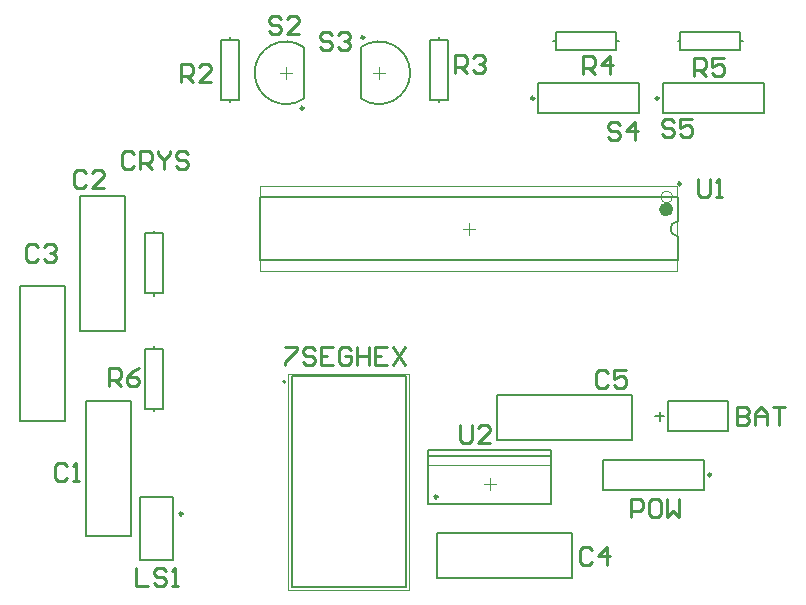
<source format=gto>
G04*
G04 #@! TF.GenerationSoftware,Altium Limited,Altium Designer,20.2.6 (244)*
G04*
G04 Layer_Color=65535*
%FSLAX43Y43*%
%MOMM*%
G71*
G04*
G04 #@! TF.SameCoordinates,079793DD-F239-40BC-988E-7C0AFDBFEAAC*
G04*
G04*
G04 #@! TF.FilePolarity,Positive*
G04*
G01*
G75*
%ADD10C,0.250*%
%ADD11C,0.200*%
%ADD12C,0.600*%
%ADD13C,0.127*%
%ADD14C,0.150*%
%ADD15C,0.254*%
%ADD16C,0.100*%
%ADD17C,0.050*%
D10*
X35457Y49485D02*
G03*
X35457Y49485I-125J0D01*
G01*
X49847Y44322D02*
G03*
X49847Y44322I-125J0D01*
G01*
X60388D02*
G03*
X60388Y44322I-125J0D01*
G01*
X64830Y12447D02*
G03*
X64830Y12447I-125J0D01*
G01*
X41676Y10584D02*
G03*
X41676Y10584I-125J0D01*
G01*
X30325Y43479D02*
G03*
X30325Y43479I-125J0D01*
G01*
X62258Y37084D02*
G03*
X62258Y37084I-125J0D01*
G01*
X20082Y9144D02*
G03*
X20082Y9144I-125J0D01*
G01*
D11*
X35183Y44311D02*
G03*
X35183Y48653I1520J2171D01*
G01*
X30349D02*
G03*
X30349Y44311I-1520J-2171D01*
G01*
X62023Y33909D02*
G03*
X62023Y32639I0J-635D01*
G01*
X28803Y20321D02*
G03*
X28803Y20321I-100J0D01*
G01*
X35183Y44311D02*
Y48653D01*
X50203Y45593D02*
X58763D01*
Y43053D02*
Y45593D01*
X50203Y43053D02*
X58763D01*
X50203D02*
Y45593D01*
X60744D02*
X69304D01*
Y43053D02*
Y45593D01*
X60744Y43053D02*
X69304D01*
X60744D02*
Y45593D01*
X67310Y49149D02*
Y49911D01*
X62230D02*
X67310D01*
X62230Y48387D02*
Y49911D01*
Y48387D02*
X67310D01*
Y49149D01*
X62001D02*
X62230D01*
X67310D02*
X67539D01*
X56769D02*
Y49911D01*
X51689D02*
X56769D01*
X51689Y48387D02*
Y49911D01*
Y48387D02*
X56769D01*
Y49149D01*
X51460D02*
X51689D01*
X56769D02*
X56998D01*
X55664Y11176D02*
X64224D01*
X55664D02*
Y13716D01*
X64224D01*
Y11176D02*
Y13716D01*
X40901Y14034D02*
X51301D01*
X40901Y9934D02*
Y14534D01*
X40901Y9934D02*
X51301D01*
Y14534D01*
X40901D02*
X51301D01*
X61214Y18669D02*
X66294D01*
X61214Y16129D02*
Y18669D01*
Y16129D02*
X66294D01*
Y18669D01*
X53086Y3683D02*
Y7493D01*
X41656Y3683D02*
X53086D01*
X41656D02*
Y7493D01*
X53086D01*
X58166Y15367D02*
Y19177D01*
X46736Y15367D02*
X58166D01*
X46736D02*
Y19177D01*
X58166D01*
X30349Y44311D02*
Y48653D01*
X24130Y44196D02*
X24892D01*
Y49276D01*
X23368D02*
X24892D01*
X23368Y44196D02*
Y49276D01*
Y44196D02*
X24130D01*
Y49276D02*
Y49505D01*
Y43967D02*
Y44196D01*
X41021Y49276D02*
X41783D01*
X41021Y44196D02*
Y49276D01*
Y44196D02*
X42545D01*
Y49276D01*
X41783D02*
X42545D01*
X41783Y43967D02*
Y44196D01*
Y49276D02*
Y49505D01*
X26623Y30624D02*
Y35924D01*
X62023Y30624D02*
Y32639D01*
Y33909D02*
Y35924D01*
X26623Y30624D02*
X62023D01*
X26623Y35924D02*
X62023D01*
X16507Y5204D02*
Y10544D01*
X19307Y5204D02*
Y10544D01*
X16507Y5204D02*
X19307D01*
X16507Y10544D02*
X19307D01*
X11938Y7239D02*
X15748D01*
X11938D02*
Y18669D01*
X15748D01*
Y7239D02*
Y18669D01*
X17653Y18034D02*
X18415D01*
Y23114D01*
X16891D02*
X18415D01*
X16891Y18034D02*
Y23114D01*
Y18034D02*
X17653D01*
Y23114D02*
Y23343D01*
Y17805D02*
Y18034D01*
X11430Y24638D02*
X15240D01*
X11430D02*
Y36068D01*
X15240D01*
Y24638D02*
Y36068D01*
X16891Y32893D02*
X17653D01*
X16891Y27813D02*
Y32893D01*
Y27813D02*
X18415D01*
Y32893D01*
X17653D02*
X18415D01*
X17653Y27584D02*
Y27813D01*
Y32893D02*
Y33122D01*
X6350Y28448D02*
X10160D01*
Y17018D02*
Y28448D01*
X6350Y17018D02*
X10160D01*
X6350D02*
Y28448D01*
X35183Y44311D02*
G03*
X35183Y48653I1520J2171D01*
G01*
X30349D02*
G03*
X30349Y44311I-1520J-2171D01*
G01*
X35183D02*
Y48653D01*
X30349Y44311D02*
Y48653D01*
D12*
X61323Y34924D02*
G03*
X61323Y34924I-300J0D01*
G01*
D13*
X29313Y2921D02*
X39013D01*
Y20801D01*
X29313D02*
X39013D01*
X29313Y2921D02*
Y20801D01*
D14*
X60084Y17397D02*
X60850D01*
X60467Y17780D02*
Y17014D01*
D15*
X32766Y49657D02*
X32512Y49911D01*
X32004D01*
X31750Y49657D01*
Y49403D01*
X32004Y49149D01*
X32512D01*
X32766Y48895D01*
Y48641D01*
X32512Y48387D01*
X32004D01*
X31750Y48641D01*
X33274Y49657D02*
X33528Y49911D01*
X34036D01*
X34290Y49657D01*
Y49403D01*
X34036Y49149D01*
X33782D01*
X34036D01*
X34290Y48895D01*
Y48641D01*
X34036Y48387D01*
X33528D01*
X33274Y48641D01*
X43561Y16637D02*
Y15367D01*
X43815Y15113D01*
X44323D01*
X44577Y15367D01*
Y16637D01*
X46101Y15113D02*
X45085D01*
X46101Y16129D01*
Y16383D01*
X45847Y16637D01*
X45339D01*
X45085Y16383D01*
X63754Y37465D02*
Y36195D01*
X64008Y35941D01*
X64516D01*
X64770Y36195D01*
Y37465D01*
X65278Y35941D02*
X65786D01*
X65532D01*
Y37465D01*
X65278Y37211D01*
X58040Y8890D02*
Y10414D01*
X58801D01*
X59055Y10160D01*
Y9652D01*
X58801Y9398D01*
X58040D01*
X60325Y10414D02*
X59817D01*
X59563Y10160D01*
Y9144D01*
X59817Y8890D01*
X60325D01*
X60579Y9144D01*
Y10160D01*
X60325Y10414D01*
X61087D02*
Y8890D01*
X61595Y9398D01*
X62102Y8890D01*
Y10414D01*
X61722Y42291D02*
X61468Y42545D01*
X60960D01*
X60706Y42291D01*
Y42037D01*
X60960Y41783D01*
X61468D01*
X61722Y41529D01*
Y41275D01*
X61468Y41021D01*
X60960D01*
X60706Y41275D01*
X63246Y42545D02*
X62230D01*
Y41783D01*
X62738Y42037D01*
X62992D01*
X63246Y41783D01*
Y41275D01*
X62992Y41021D01*
X62484D01*
X62230Y41275D01*
X57150Y42037D02*
X56896Y42291D01*
X56388D01*
X56134Y42037D01*
Y41783D01*
X56388Y41529D01*
X56896D01*
X57150Y41275D01*
Y41021D01*
X56896Y40767D01*
X56388D01*
X56134Y41021D01*
X58420Y40767D02*
Y42291D01*
X57658Y41529D01*
X58674D01*
X28448Y51054D02*
X28194Y51308D01*
X27686D01*
X27432Y51054D01*
Y50800D01*
X27686Y50546D01*
X28194D01*
X28448Y50292D01*
Y50038D01*
X28194Y49784D01*
X27686D01*
X27432Y50038D01*
X29972Y49784D02*
X28956D01*
X29972Y50800D01*
Y51054D01*
X29718Y51308D01*
X29210D01*
X28956Y51054D01*
X13843Y19939D02*
Y21463D01*
X14605D01*
X14859Y21209D01*
Y20701D01*
X14605Y20447D01*
X13843D01*
X14351D02*
X14859Y19939D01*
X16383Y21463D02*
X15875Y21209D01*
X15367Y20701D01*
Y20193D01*
X15621Y19939D01*
X16129D01*
X16383Y20193D01*
Y20447D01*
X16129Y20701D01*
X15367D01*
X63373Y46228D02*
Y47752D01*
X64135D01*
X64389Y47498D01*
Y46990D01*
X64135Y46736D01*
X63373D01*
X63881D02*
X64389Y46228D01*
X65913Y47752D02*
X64897D01*
Y46990D01*
X65405Y47244D01*
X65659D01*
X65913Y46990D01*
Y46482D01*
X65659Y46228D01*
X65151D01*
X64897Y46482D01*
X53975Y46355D02*
Y47879D01*
X54737D01*
X54991Y47625D01*
Y47117D01*
X54737Y46863D01*
X53975D01*
X54483D02*
X54991Y46355D01*
X56261D02*
Y47879D01*
X55499Y47117D01*
X56515D01*
X43180Y46482D02*
Y48006D01*
X43942D01*
X44196Y47752D01*
Y47244D01*
X43942Y46990D01*
X43180D01*
X43688D02*
X44196Y46482D01*
X44704Y47752D02*
X44958Y48006D01*
X45466D01*
X45720Y47752D01*
Y47498D01*
X45466Y47244D01*
X45212D01*
X45466D01*
X45720Y46990D01*
Y46736D01*
X45466Y46482D01*
X44958D01*
X44704Y46736D01*
X19939Y45720D02*
Y47244D01*
X20701D01*
X20955Y46990D01*
Y46482D01*
X20701Y46228D01*
X19939D01*
X20447D02*
X20955Y45720D01*
X22479D02*
X21463D01*
X22479Y46736D01*
Y46990D01*
X22225Y47244D01*
X21717D01*
X21463Y46990D01*
X16130Y4572D02*
Y3048D01*
X17145D01*
X18669Y4318D02*
X18415Y4572D01*
X17907D01*
X17653Y4318D01*
Y4064D01*
X17907Y3810D01*
X18415D01*
X18669Y3556D01*
Y3302D01*
X18415Y3048D01*
X17907D01*
X17653Y3302D01*
X19177Y3048D02*
X19684D01*
X19431D01*
Y4572D01*
X19177Y4318D01*
X16003Y39624D02*
X15749Y39878D01*
X15241D01*
X14987Y39624D01*
Y38608D01*
X15241Y38354D01*
X15749D01*
X16003Y38608D01*
X16510Y38354D02*
Y39878D01*
X17272D01*
X17526Y39624D01*
Y39116D01*
X17272Y38862D01*
X16510D01*
X17018D02*
X17526Y38354D01*
X18034Y39878D02*
Y39624D01*
X18542Y39116D01*
X19050Y39624D01*
Y39878D01*
X18542Y39116D02*
Y38354D01*
X20573Y39624D02*
X20319Y39878D01*
X19811D01*
X19557Y39624D01*
Y39370D01*
X19811Y39116D01*
X20319D01*
X20573Y38862D01*
Y38608D01*
X20319Y38354D01*
X19811D01*
X19557Y38608D01*
X56134Y21082D02*
X55880Y21336D01*
X55372D01*
X55118Y21082D01*
Y20066D01*
X55372Y19812D01*
X55880D01*
X56134Y20066D01*
X57658Y21336D02*
X56642D01*
Y20574D01*
X57150Y20828D01*
X57404D01*
X57658Y20574D01*
Y20066D01*
X57404Y19812D01*
X56896D01*
X56642Y20066D01*
X54737Y6096D02*
X54483Y6350D01*
X53975D01*
X53721Y6096D01*
Y5080D01*
X53975Y4826D01*
X54483D01*
X54737Y5080D01*
X56007Y4826D02*
Y6350D01*
X55245Y5588D01*
X56261D01*
X7874Y31750D02*
X7620Y32004D01*
X7112D01*
X6858Y31750D01*
Y30734D01*
X7112Y30480D01*
X7620D01*
X7874Y30734D01*
X8382Y31750D02*
X8636Y32004D01*
X9144D01*
X9398Y31750D01*
Y31496D01*
X9144Y31242D01*
X8890D01*
X9144D01*
X9398Y30988D01*
Y30734D01*
X9144Y30480D01*
X8636D01*
X8382Y30734D01*
X11938Y37973D02*
X11684Y38227D01*
X11176D01*
X10922Y37973D01*
Y36957D01*
X11176Y36703D01*
X11684D01*
X11938Y36957D01*
X13462Y36703D02*
X12446D01*
X13462Y37719D01*
Y37973D01*
X13208Y38227D01*
X12700D01*
X12446Y37973D01*
X10287Y13208D02*
X10033Y13462D01*
X9525D01*
X9271Y13208D01*
Y12192D01*
X9525Y11938D01*
X10033D01*
X10287Y12192D01*
X10795Y11938D02*
X11303D01*
X11049D01*
Y13462D01*
X10795Y13208D01*
X67057Y18161D02*
Y16637D01*
X67818D01*
X68072Y16891D01*
Y17145D01*
X67818Y17399D01*
X67057D01*
X67818D01*
X68072Y17653D01*
Y17907D01*
X67818Y18161D01*
X67057D01*
X68580Y16637D02*
Y17653D01*
X69088Y18161D01*
X69596Y17653D01*
Y16637D01*
Y17399D01*
X68580D01*
X70104Y18161D02*
X71119D01*
X70612D01*
Y16637D01*
X28765Y23304D02*
X29781D01*
Y23050D01*
X28765Y22034D01*
Y21781D01*
X31305Y23050D02*
X31051Y23304D01*
X30543D01*
X30289Y23050D01*
Y22796D01*
X30543Y22542D01*
X31051D01*
X31305Y22288D01*
Y22034D01*
X31051Y21781D01*
X30543D01*
X30289Y22034D01*
X32828Y23304D02*
X31813D01*
Y21781D01*
X32828D01*
X31813Y22542D02*
X32320D01*
X34352Y23050D02*
X34098Y23304D01*
X33590D01*
X33336Y23050D01*
Y22034D01*
X33590Y21781D01*
X34098D01*
X34352Y22034D01*
Y22542D01*
X33844D01*
X34860Y23304D02*
Y21781D01*
Y22542D01*
X35875D01*
Y23304D01*
Y21781D01*
X37399Y23304D02*
X36383D01*
Y21781D01*
X37399D01*
X36383Y22542D02*
X36891D01*
X37907Y23304D02*
X38922Y21781D01*
Y23304D02*
X37907Y21781D01*
D16*
X61573Y35974D02*
G03*
X61573Y35974I-500J0D01*
G01*
X40901Y9934D02*
X51301D01*
X40901D02*
Y14534D01*
X40901D02*
X51301D01*
Y9934D02*
Y14534D01*
X40901Y13234D02*
X51301D01*
X26673Y29674D02*
Y36874D01*
X61973Y29674D02*
Y36874D01*
X26673Y29674D02*
X61973D01*
X26673Y36874D02*
X61973D01*
X36203Y46482D02*
X37203D01*
X36703Y45982D02*
Y46982D01*
X45601Y11684D02*
X46601D01*
X46101Y11184D02*
Y12184D01*
X28829Y45982D02*
Y46982D01*
X28329Y46482D02*
X29329D01*
X43823Y33274D02*
X44823D01*
X44323Y32774D02*
Y33774D01*
D17*
X29033Y2667D02*
Y21001D01*
X39293D01*
Y2667D02*
Y21001D01*
X29033Y2667D02*
X39293D01*
M02*

</source>
